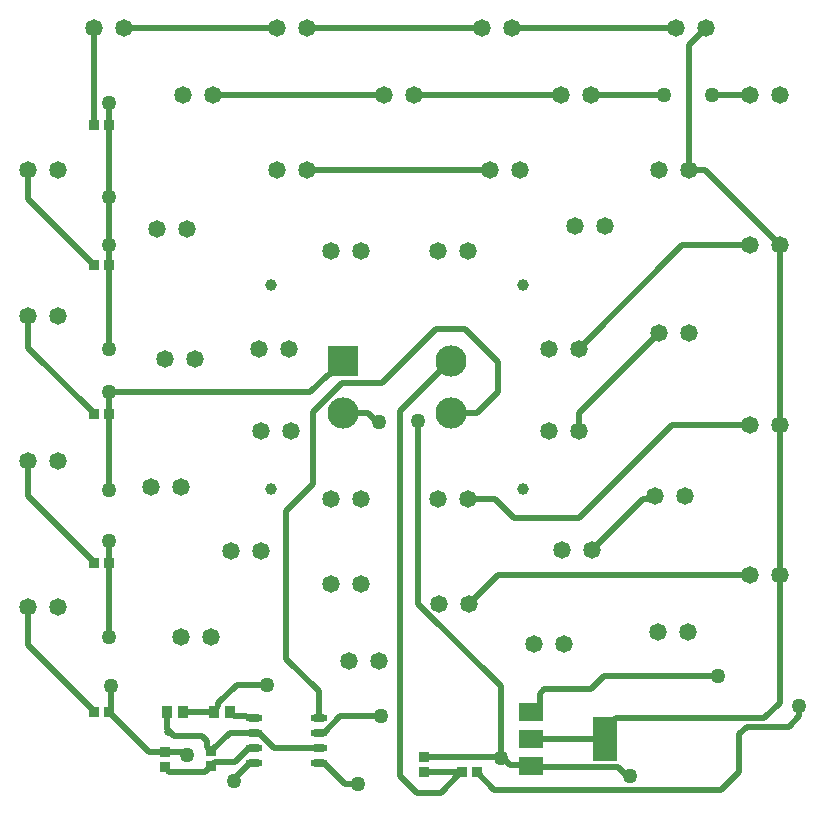
<source format=gtl>
%FSLAX23Y23*%
%MOIN*%
%SFA1B1*%

%IPPOS*%
%ADD15R,0.035430X0.039370*%
%ADD16R,0.037400X0.033470*%
%ADD17R,0.033470X0.037400*%
%ADD18R,0.078740X0.149610*%
%ADD19R,0.078740X0.059060*%
%ADD20O,0.057090X0.023620*%
%ADD32C,0.020000*%
%ADD33C,0.058270*%
%ADD34C,0.039370*%
%ADD35C,0.103940*%
%ADD36R,0.103940X0.103940*%
%ADD37C,0.050000*%
%LNpcb1-1*%
%LPD*%
G54D15*
X613Y295D03*
X666D03*
X821D03*
X768D03*
G54D16*
X1470Y94D03*
Y145D03*
X760Y165D03*
Y114D03*
X605Y109D03*
Y160D03*
G54D17*
X1645Y95D03*
X1594D03*
X420Y295D03*
X369D03*
X420Y791D03*
X369D03*
X420Y1287D03*
X369D03*
X420Y1783D03*
X369D03*
X420Y2250D03*
X369D03*
G54D18*
X2073Y205D03*
G54D19*
X1825Y114D03*
Y205D03*
Y295D03*
G54D20*
X902Y275D03*
Y225D03*
Y175D03*
Y125D03*
X1117Y275D03*
Y225D03*
Y175D03*
Y125D03*
G54D32*
X369Y2574D02*
X370Y2575D01*
X369Y2250D02*
X369Y2250D01*
Y2574*
X2145Y75D02*
Y81D01*
X1450Y655D02*
Y1251D01*
X1723Y143D02*
X1724Y142D01*
Y141D02*
Y381D01*
X1450Y655D02*
X1724Y381D01*
Y141D02*
X1732D01*
X1755Y118*
X1814*
X1471Y143D02*
X1723D01*
X1470Y145D02*
X1471Y143D01*
X770Y290D02*
Y298D01*
X1080Y2100D02*
X1690D01*
X1829Y290D02*
X1854Y315D01*
X1820Y290D02*
X1829D01*
X1854Y315D02*
Y354D01*
X1870Y370*
X2025*
X2070Y415*
X2450*
X2720Y280D02*
Y300D01*
X2684Y244D02*
X2720Y280D01*
X2544Y244D02*
X2684D01*
X2520Y220D02*
X2544Y244D01*
X2520Y95D02*
Y220D01*
X2460Y35D02*
X2520Y95D01*
X1703Y35D02*
X2460D01*
X1645Y93D02*
X1703Y35D01*
X1645Y93D02*
Y95D01*
X1311Y1260D02*
X1320D01*
X1281Y1290D02*
X1311Y1260D01*
X1210Y1290D02*
X1281D01*
X1205Y1285D02*
X1210Y1290D01*
X1100Y1055D02*
Y1293D01*
X1196Y1390*
X1330*
X1010Y965D02*
X1100Y1055D01*
X1446Y1255D02*
X1450Y1251D01*
X1445Y1255D02*
X1446D01*
X1189Y280D02*
X1325D01*
X1134Y225D02*
X1189Y280D01*
X1125Y225D02*
X1134D01*
X845Y385D02*
X945D01*
X783Y322D02*
X845Y385D01*
X783Y312D02*
Y322D01*
X770Y298D02*
X783Y312D01*
X1204Y55D02*
X1240D01*
X1134Y125D02*
X1204Y55D01*
X1117Y125D02*
X1134D01*
X1560Y1295D02*
X1564Y1290D01*
X1010Y470D02*
Y965D01*
X1645Y1290D02*
X1715Y1360D01*
X1564Y1290D02*
X1645D01*
X1715Y1360D02*
Y1460D01*
X1605Y1570D02*
X1715Y1460D01*
X1510Y1570D02*
X1605D01*
X1330Y1390D02*
X1510Y1570D01*
X1010Y470D02*
X1117Y362D01*
Y275D02*
Y362D01*
X1550Y1458D02*
Y1470D01*
X1390Y80D02*
Y1298D01*
X1550Y1458*
X1390Y80D02*
X1445Y25D01*
X1524*
X1585Y86*
X1587*
X1594Y93*
Y95*
X887Y270D02*
X900D01*
X876Y280D02*
X887Y270D01*
X834Y280D02*
X876D01*
X821Y293D02*
X834Y280D01*
X821Y293D02*
Y295D01*
X763Y166D02*
X821Y225D01*
X761Y165D02*
X763Y166D01*
X760Y165D02*
X761D01*
X753Y170D02*
X760D01*
X730Y215D02*
X746Y198D01*
Y177D02*
Y198D01*
Y177D02*
X753Y170D01*
X635Y215D02*
X730D01*
X613Y236D02*
X635Y215D01*
X613Y236D02*
Y295D01*
X763Y166D02*
X765Y165D01*
X613Y226D02*
X615Y225D01*
X740Y95D02*
X760Y115D01*
X619Y95D02*
X740D01*
X605Y109D02*
X619Y95D01*
X902Y225D02*
X919D01*
X969Y175D02*
X1115D01*
X919Y225D02*
X969Y175D01*
X902Y125D02*
X905D01*
X889D02*
X902D01*
X835Y65D02*
Y70D01*
X889Y125*
X664Y160D02*
X680Y145D01*
X553Y160D02*
X605D01*
Y160D02*
X664D01*
X771Y126D02*
X837D01*
X760Y114D02*
X771Y126D01*
X902Y175D02*
X905D01*
X885D02*
X902D01*
X837Y126D02*
X885Y175D01*
X762Y167D02*
X763Y166D01*
X821Y225D02*
X902D01*
X666Y295D02*
X768D01*
X420Y293D02*
X553Y160D01*
X420Y293D02*
Y295D01*
X2545Y1250D02*
X2550Y1255D01*
X1986Y940D02*
X2296Y1250D01*
X1770Y940D02*
X1986D01*
X1705Y1005D02*
X1770Y940D01*
X420Y2245D02*
Y2325D01*
X2116Y110D02*
X2145Y81D01*
X1829Y110D02*
X2116D01*
X1825Y114D02*
X1829Y110D01*
X1615Y1005D02*
X1705D01*
X420Y1505D02*
Y1845D01*
X420Y2010D02*
Y2250D01*
X420Y1845D02*
X425Y1850D01*
X420Y2010D02*
Y2015D01*
Y1850D02*
Y2010D01*
Y1360D02*
X1090D01*
X1148Y1418*
X1151*
X1195Y1462*
Y1465*
X1589Y94D02*
X1590Y95D01*
X1470Y94D02*
X1589D01*
X1715Y750D02*
X2550D01*
X1620Y655D02*
X1715Y750D01*
X420Y2010D02*
X420Y2010D01*
X420Y1850D02*
X420Y1849D01*
X420Y1350D02*
X420Y1349D01*
Y1287D02*
Y1349D01*
X420Y1035D02*
Y1285D01*
Y865D02*
X420Y864D01*
Y791D02*
Y864D01*
X420Y545D02*
Y790D01*
X425Y299D02*
Y380D01*
X420Y295D02*
X425Y299D01*
X145Y645D02*
X150Y640D01*
Y516D02*
Y640D01*
Y516D02*
X369Y296D01*
Y295D02*
Y296D01*
X150Y1130D02*
Y1135D01*
Y1012D02*
Y1130D01*
Y1012D02*
X369Y793D01*
Y791D02*
Y793D01*
X150Y1615D02*
Y1620D01*
Y1508D02*
Y1615D01*
Y1508D02*
X369Y1289D01*
Y1287D02*
Y1289D01*
X145Y2105D02*
X150Y2100D01*
Y2005D02*
Y2100D01*
Y2005D02*
X369Y1785D01*
Y1783D02*
Y1785D01*
X2225Y1005D02*
X2240Y1020D01*
X2200Y1005D02*
X2225D01*
X2030Y835D02*
X2200Y1005D01*
X2296Y1250D02*
X2545D01*
X2253Y1557D02*
X2255Y1559D01*
X1985Y1289D02*
X2253Y1557D01*
X1985Y1230D02*
Y1289D01*
X2255Y1559D02*
Y1565D01*
X2545Y1850D02*
X2555Y1860D01*
X1985Y1505D02*
X2330Y1850D01*
X2545*
X2025Y2350D02*
X2270D01*
X2435D02*
X2555D01*
X1825Y205D02*
X2073D01*
X2603Y274D02*
X2655Y325D01*
X2107Y274D02*
X2603D01*
X2075Y242D02*
X2107Y274D01*
X2075Y215D02*
Y242D01*
X2655Y325D02*
Y750D01*
X2353Y2111D02*
X2365Y2100D01*
X2350Y2115D02*
X2353Y2111D01*
Y2100D02*
Y2111D01*
Y2518*
X2410Y2575*
Y2585*
X2365Y2100D02*
X2405D01*
X2655Y1850*
Y1245D02*
X2660Y1250D01*
X2655D02*
Y1850D01*
Y750D02*
Y1245D01*
X1925Y2350D02*
X1930D01*
X1435D02*
X1925D01*
X1325D02*
X1330Y2355D01*
X765Y2350D02*
X1325D01*
X1763Y2575D02*
X2310D01*
X1660D02*
X1665Y2580D01*
X1080Y2575D02*
X1660D01*
X980D02*
X985D01*
X470D02*
X980D01*
G54D33*
X1157Y1830D03*
X1257D03*
X2310Y2575D03*
X2410D03*
X1663D03*
X1763D03*
X980D03*
X1080D03*
X1885Y1505D03*
X1985D03*
X1885Y1230D03*
X1985D03*
X1157Y720D03*
X1257D03*
X1220Y465D03*
X1320D03*
X925Y1230D03*
X1025D03*
X920Y1505D03*
X1020D03*
X765Y2350D03*
X665D03*
X470Y2575D03*
X370D03*
X2025Y2350D03*
X1925D03*
X2655D03*
X2555D03*
X1435D03*
X1335D03*
X2071Y1915D03*
X1971D03*
X1615Y1830D03*
X1515D03*
X680Y1905D03*
X580D03*
X2353Y2100D03*
X2253D03*
X1790D03*
X1690D03*
X1080D03*
X980D03*
X250D03*
X150D03*
X2353Y1557D03*
X2253D03*
X705Y1470D03*
X605D03*
X2655Y1850D03*
X2555D03*
X250Y1615D03*
X150D03*
X2340Y1015D03*
X2240D03*
X2030Y835D03*
X1930D03*
X925Y830D03*
X825D03*
X660Y1045D03*
X560D03*
X2655Y1250D03*
X2555D03*
X1615Y1005D03*
X1515D03*
X1257D03*
X1157D03*
X250Y1130D03*
X150D03*
X2350Y560D03*
X2250D03*
X1935Y520D03*
X1835D03*
X760Y545D03*
X660D03*
X2655Y750D03*
X2555D03*
X1620Y655D03*
X1520D03*
X250Y645D03*
X150D03*
G54D34*
X1798Y1037D03*
X957D03*
Y1718D03*
X1798D03*
G54D35*
X1198Y1290D03*
X1557D03*
Y1465D03*
G54D36*
X1198Y1465D03*
G54D37*
X1724Y141D03*
X2450Y415D03*
X2720Y315D03*
X1320Y1260D03*
X1450Y1265D03*
X1325Y280D03*
X945Y385D03*
X1250Y55D03*
X835Y65D03*
X680Y150D03*
X420Y2325D03*
X2155Y80D03*
X420Y2010D03*
Y1850D03*
Y1505D03*
Y1360D03*
Y1035D03*
Y865D03*
Y545D03*
X425Y380D03*
X2430Y2350D03*
X2270D03*
M02*
</source>
